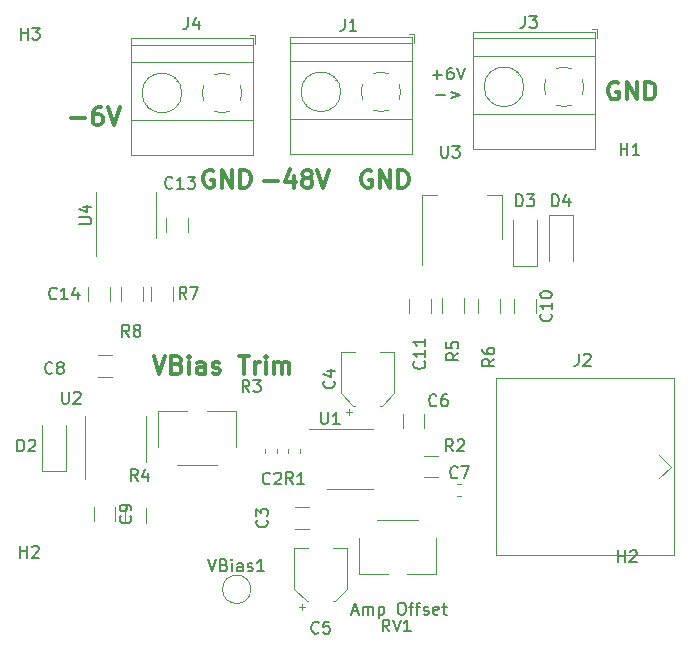
<source format=gbr>
G04 #@! TF.GenerationSoftware,KiCad,Pcbnew,(5.1.0)-1*
G04 #@! TF.CreationDate,2020-05-22T07:58:56-04:00*
G04 #@! TF.ProjectId,SiPMV4-30050,5369504d-5634-42d3-9330-3035302e6b69,rev?*
G04 #@! TF.SameCoordinates,Original*
G04 #@! TF.FileFunction,Legend,Top*
G04 #@! TF.FilePolarity,Positive*
%FSLAX46Y46*%
G04 Gerber Fmt 4.6, Leading zero omitted, Abs format (unit mm)*
G04 Created by KiCad (PCBNEW (5.1.0)-1) date 2020-05-22 07:58:56*
%MOMM*%
%LPD*%
G04 APERTURE LIST*
%ADD10C,0.200000*%
%ADD11C,0.300000*%
%ADD12C,0.120000*%
%ADD13C,0.150000*%
G04 APERTURE END LIST*
D10*
X173042105Y-20074828D02*
X173804010Y-20074828D01*
X173423058Y-20455780D02*
X173423058Y-19693876D01*
X174708772Y-19455780D02*
X174518296Y-19455780D01*
X174423058Y-19503400D01*
X174375439Y-19551019D01*
X174280200Y-19693876D01*
X174232581Y-19884352D01*
X174232581Y-20265304D01*
X174280200Y-20360542D01*
X174327820Y-20408161D01*
X174423058Y-20455780D01*
X174613534Y-20455780D01*
X174708772Y-20408161D01*
X174756391Y-20360542D01*
X174804010Y-20265304D01*
X174804010Y-20027209D01*
X174756391Y-19931971D01*
X174708772Y-19884352D01*
X174613534Y-19836733D01*
X174423058Y-19836733D01*
X174327820Y-19884352D01*
X174280200Y-19931971D01*
X174232581Y-20027209D01*
X175089724Y-19455780D02*
X175423058Y-20455780D01*
X175756391Y-19455780D01*
X173327820Y-21774828D02*
X174089724Y-21774828D01*
X174565915Y-21489114D02*
X175327820Y-21774828D01*
X174565915Y-22060542D01*
D11*
X154475322Y-28180600D02*
X154332465Y-28109171D01*
X154118180Y-28109171D01*
X153903894Y-28180600D01*
X153761037Y-28323457D01*
X153689608Y-28466314D01*
X153618180Y-28752028D01*
X153618180Y-28966314D01*
X153689608Y-29252028D01*
X153761037Y-29394885D01*
X153903894Y-29537742D01*
X154118180Y-29609171D01*
X154261037Y-29609171D01*
X154475322Y-29537742D01*
X154546751Y-29466314D01*
X154546751Y-28966314D01*
X154261037Y-28966314D01*
X155189608Y-29609171D02*
X155189608Y-28109171D01*
X156046751Y-29609171D01*
X156046751Y-28109171D01*
X156761037Y-29609171D02*
X156761037Y-28109171D01*
X157118180Y-28109171D01*
X157332465Y-28180600D01*
X157475322Y-28323457D01*
X157546751Y-28466314D01*
X157618180Y-28752028D01*
X157618180Y-28966314D01*
X157546751Y-29252028D01*
X157475322Y-29394885D01*
X157332465Y-29537742D01*
X157118180Y-29609171D01*
X156761037Y-29609171D01*
D10*
X166217459Y-65470066D02*
X166693649Y-65470066D01*
X166122220Y-65755780D02*
X166455554Y-64755780D01*
X166788887Y-65755780D01*
X167122220Y-65755780D02*
X167122220Y-65089114D01*
X167122220Y-65184352D02*
X167169840Y-65136733D01*
X167265078Y-65089114D01*
X167407935Y-65089114D01*
X167503173Y-65136733D01*
X167550792Y-65231971D01*
X167550792Y-65755780D01*
X167550792Y-65231971D02*
X167598411Y-65136733D01*
X167693649Y-65089114D01*
X167836506Y-65089114D01*
X167931744Y-65136733D01*
X167979363Y-65231971D01*
X167979363Y-65755780D01*
X168455554Y-65089114D02*
X168455554Y-66089114D01*
X168455554Y-65136733D02*
X168550792Y-65089114D01*
X168741268Y-65089114D01*
X168836506Y-65136733D01*
X168884125Y-65184352D01*
X168931744Y-65279590D01*
X168931744Y-65565304D01*
X168884125Y-65660542D01*
X168836506Y-65708161D01*
X168741268Y-65755780D01*
X168550792Y-65755780D01*
X168455554Y-65708161D01*
X170312697Y-64755780D02*
X170503173Y-64755780D01*
X170598411Y-64803400D01*
X170693649Y-64898638D01*
X170741268Y-65089114D01*
X170741268Y-65422447D01*
X170693649Y-65612923D01*
X170598411Y-65708161D01*
X170503173Y-65755780D01*
X170312697Y-65755780D01*
X170217459Y-65708161D01*
X170122220Y-65612923D01*
X170074601Y-65422447D01*
X170074601Y-65089114D01*
X170122220Y-64898638D01*
X170217459Y-64803400D01*
X170312697Y-64755780D01*
X171026982Y-65089114D02*
X171407935Y-65089114D01*
X171169840Y-65755780D02*
X171169840Y-64898638D01*
X171217459Y-64803400D01*
X171312697Y-64755780D01*
X171407935Y-64755780D01*
X171598411Y-65089114D02*
X171979363Y-65089114D01*
X171741268Y-65755780D02*
X171741268Y-64898638D01*
X171788887Y-64803400D01*
X171884125Y-64755780D01*
X171979363Y-64755780D01*
X172265078Y-65708161D02*
X172360316Y-65755780D01*
X172550792Y-65755780D01*
X172646030Y-65708161D01*
X172693649Y-65612923D01*
X172693649Y-65565304D01*
X172646030Y-65470066D01*
X172550792Y-65422447D01*
X172407935Y-65422447D01*
X172312697Y-65374828D01*
X172265078Y-65279590D01*
X172265078Y-65231971D01*
X172312697Y-65136733D01*
X172407935Y-65089114D01*
X172550792Y-65089114D01*
X172646030Y-65136733D01*
X173503173Y-65708161D02*
X173407935Y-65755780D01*
X173217459Y-65755780D01*
X173122220Y-65708161D01*
X173074601Y-65612923D01*
X173074601Y-65231971D01*
X173122220Y-65136733D01*
X173217459Y-65089114D01*
X173407935Y-65089114D01*
X173503173Y-65136733D01*
X173550792Y-65231971D01*
X173550792Y-65327209D01*
X173074601Y-65422447D01*
X173836506Y-65089114D02*
X174217459Y-65089114D01*
X173979363Y-64755780D02*
X173979363Y-65612923D01*
X174026982Y-65708161D01*
X174122220Y-65755780D01*
X174217459Y-65755780D01*
D11*
X188745002Y-20720620D02*
X188602145Y-20649191D01*
X188387860Y-20649191D01*
X188173574Y-20720620D01*
X188030717Y-20863477D01*
X187959288Y-21006334D01*
X187887860Y-21292048D01*
X187887860Y-21506334D01*
X187959288Y-21792048D01*
X188030717Y-21934905D01*
X188173574Y-22077762D01*
X188387860Y-22149191D01*
X188530717Y-22149191D01*
X188745002Y-22077762D01*
X188816431Y-22006334D01*
X188816431Y-21506334D01*
X188530717Y-21506334D01*
X189459288Y-22149191D02*
X189459288Y-20649191D01*
X190316431Y-22149191D01*
X190316431Y-20649191D01*
X191030717Y-22149191D02*
X191030717Y-20649191D01*
X191387860Y-20649191D01*
X191602145Y-20720620D01*
X191745002Y-20863477D01*
X191816431Y-21006334D01*
X191887860Y-21292048D01*
X191887860Y-21506334D01*
X191816431Y-21792048D01*
X191745002Y-21934905D01*
X191602145Y-22077762D01*
X191387860Y-22149191D01*
X191030717Y-22149191D01*
X158774571Y-29063142D02*
X159917428Y-29063142D01*
X161274571Y-28634571D02*
X161274571Y-29634571D01*
X160917428Y-28063142D02*
X160560285Y-29134571D01*
X161488857Y-29134571D01*
X162274571Y-28777428D02*
X162131714Y-28706000D01*
X162060285Y-28634571D01*
X161988857Y-28491714D01*
X161988857Y-28420285D01*
X162060285Y-28277428D01*
X162131714Y-28206000D01*
X162274571Y-28134571D01*
X162560285Y-28134571D01*
X162703142Y-28206000D01*
X162774571Y-28277428D01*
X162846000Y-28420285D01*
X162846000Y-28491714D01*
X162774571Y-28634571D01*
X162703142Y-28706000D01*
X162560285Y-28777428D01*
X162274571Y-28777428D01*
X162131714Y-28848857D01*
X162060285Y-28920285D01*
X161988857Y-29063142D01*
X161988857Y-29348857D01*
X162060285Y-29491714D01*
X162131714Y-29563142D01*
X162274571Y-29634571D01*
X162560285Y-29634571D01*
X162703142Y-29563142D01*
X162774571Y-29491714D01*
X162846000Y-29348857D01*
X162846000Y-29063142D01*
X162774571Y-28920285D01*
X162703142Y-28848857D01*
X162560285Y-28777428D01*
X163274571Y-28134571D02*
X163774571Y-29634571D01*
X164274571Y-28134571D01*
X167846000Y-28206000D02*
X167703142Y-28134571D01*
X167488857Y-28134571D01*
X167274571Y-28206000D01*
X167131714Y-28348857D01*
X167060285Y-28491714D01*
X166988857Y-28777428D01*
X166988857Y-28991714D01*
X167060285Y-29277428D01*
X167131714Y-29420285D01*
X167274571Y-29563142D01*
X167488857Y-29634571D01*
X167631714Y-29634571D01*
X167846000Y-29563142D01*
X167917428Y-29491714D01*
X167917428Y-28991714D01*
X167631714Y-28991714D01*
X168560285Y-29634571D02*
X168560285Y-28134571D01*
X169417428Y-29634571D01*
X169417428Y-28134571D01*
X170131714Y-29634571D02*
X170131714Y-28134571D01*
X170488857Y-28134571D01*
X170703142Y-28206000D01*
X170846000Y-28348857D01*
X170917428Y-28491714D01*
X170988857Y-28777428D01*
X170988857Y-28991714D01*
X170917428Y-29277428D01*
X170846000Y-29420285D01*
X170703142Y-29563142D01*
X170488857Y-29634571D01*
X170131714Y-29634571D01*
X142450180Y-23746922D02*
X143593037Y-23746922D01*
X144950180Y-22818351D02*
X144664465Y-22818351D01*
X144521608Y-22889780D01*
X144450180Y-22961208D01*
X144307322Y-23175494D01*
X144235894Y-23461208D01*
X144235894Y-24032637D01*
X144307322Y-24175494D01*
X144378751Y-24246922D01*
X144521608Y-24318351D01*
X144807322Y-24318351D01*
X144950180Y-24246922D01*
X145021608Y-24175494D01*
X145093037Y-24032637D01*
X145093037Y-23675494D01*
X145021608Y-23532637D01*
X144950180Y-23461208D01*
X144807322Y-23389780D01*
X144521608Y-23389780D01*
X144378751Y-23461208D01*
X144307322Y-23532637D01*
X144235894Y-23675494D01*
X145521608Y-22818351D02*
X146021608Y-24318351D01*
X146521608Y-22818351D01*
X149400357Y-43867331D02*
X149900357Y-45367331D01*
X150400357Y-43867331D01*
X151400357Y-44581617D02*
X151614642Y-44653045D01*
X151686071Y-44724474D01*
X151757500Y-44867331D01*
X151757500Y-45081617D01*
X151686071Y-45224474D01*
X151614642Y-45295902D01*
X151471785Y-45367331D01*
X150900357Y-45367331D01*
X150900357Y-43867331D01*
X151400357Y-43867331D01*
X151543214Y-43938760D01*
X151614642Y-44010188D01*
X151686071Y-44153045D01*
X151686071Y-44295902D01*
X151614642Y-44438760D01*
X151543214Y-44510188D01*
X151400357Y-44581617D01*
X150900357Y-44581617D01*
X152400357Y-45367331D02*
X152400357Y-44367331D01*
X152400357Y-43867331D02*
X152328928Y-43938760D01*
X152400357Y-44010188D01*
X152471785Y-43938760D01*
X152400357Y-43867331D01*
X152400357Y-44010188D01*
X153757500Y-45367331D02*
X153757500Y-44581617D01*
X153686071Y-44438760D01*
X153543214Y-44367331D01*
X153257500Y-44367331D01*
X153114642Y-44438760D01*
X153757500Y-45295902D02*
X153614642Y-45367331D01*
X153257500Y-45367331D01*
X153114642Y-45295902D01*
X153043214Y-45153045D01*
X153043214Y-45010188D01*
X153114642Y-44867331D01*
X153257500Y-44795902D01*
X153614642Y-44795902D01*
X153757500Y-44724474D01*
X154400357Y-45295902D02*
X154543214Y-45367331D01*
X154828928Y-45367331D01*
X154971785Y-45295902D01*
X155043214Y-45153045D01*
X155043214Y-45081617D01*
X154971785Y-44938760D01*
X154828928Y-44867331D01*
X154614642Y-44867331D01*
X154471785Y-44795902D01*
X154400357Y-44653045D01*
X154400357Y-44581617D01*
X154471785Y-44438760D01*
X154614642Y-44367331D01*
X154828928Y-44367331D01*
X154971785Y-44438760D01*
X156614642Y-43867331D02*
X157471785Y-43867331D01*
X157043214Y-45367331D02*
X157043214Y-43867331D01*
X157971785Y-45367331D02*
X157971785Y-44367331D01*
X157971785Y-44653045D02*
X158043214Y-44510188D01*
X158114642Y-44438760D01*
X158257500Y-44367331D01*
X158400357Y-44367331D01*
X158900357Y-45367331D02*
X158900357Y-44367331D01*
X158900357Y-43867331D02*
X158828928Y-43938760D01*
X158900357Y-44010188D01*
X158971785Y-43938760D01*
X158900357Y-43867331D01*
X158900357Y-44010188D01*
X159614642Y-45367331D02*
X159614642Y-44367331D01*
X159614642Y-44510188D02*
X159686071Y-44438760D01*
X159828928Y-44367331D01*
X160043214Y-44367331D01*
X160186071Y-44438760D01*
X160257500Y-44581617D01*
X160257500Y-45367331D01*
X160257500Y-44581617D02*
X160328928Y-44438760D01*
X160471785Y-44367331D01*
X160686071Y-44367331D01*
X160828928Y-44438760D01*
X160900357Y-44581617D01*
X160900357Y-45367331D01*
D12*
X193428620Y-45725700D02*
X193428620Y-60725700D01*
X193428620Y-60725700D02*
X178428620Y-60725700D01*
X178428620Y-60725700D02*
X178428620Y-45725700D01*
X178428620Y-45725700D02*
X193428620Y-45725700D01*
X193228620Y-53225700D02*
X192228620Y-52225700D01*
X193228620Y-53225700D02*
X192228620Y-54225700D01*
X162582944Y-56687040D02*
X161378816Y-56687040D01*
X162582944Y-58507040D02*
X161378816Y-58507040D01*
X139970000Y-53563500D02*
X139970000Y-49713500D01*
X141970000Y-53563500D02*
X141970000Y-49713500D01*
X139970000Y-53563500D02*
X141970000Y-53563500D01*
X145890064Y-43794000D02*
X144685936Y-43794000D01*
X145890064Y-45614000D02*
X144685936Y-45614000D01*
X157638600Y-63624460D02*
G75*
G03X157638600Y-63624460I-1200000J0D01*
G01*
X143617000Y-50865000D02*
X143617000Y-54315000D01*
X143617000Y-50865000D02*
X143617000Y-48915000D01*
X148737000Y-50865000D02*
X148737000Y-52815000D01*
X148737000Y-50865000D02*
X148737000Y-48915000D01*
X166054000Y-50018000D02*
X162604000Y-50018000D01*
X166054000Y-50018000D02*
X168004000Y-50018000D01*
X166054000Y-55138000D02*
X164104000Y-55138000D01*
X166054000Y-55138000D02*
X168004000Y-55138000D01*
X173348000Y-59294000D02*
X173348000Y-62348000D01*
X166758000Y-59294000D02*
X166758000Y-62348000D01*
X170888000Y-62348000D02*
X173348000Y-62348000D01*
X166758000Y-62348000D02*
X169218000Y-62348000D01*
X168348000Y-57788000D02*
X171758000Y-57788000D01*
X161800000Y-52100267D02*
X161800000Y-51757733D01*
X160780000Y-52100267D02*
X160780000Y-51757733D01*
X172281436Y-54123000D02*
X173485564Y-54123000D01*
X172281436Y-52303000D02*
X173485564Y-52303000D01*
X149816200Y-51551600D02*
X149816200Y-48497600D01*
X156406200Y-51551600D02*
X156406200Y-48497600D01*
X152276200Y-48497600D02*
X149816200Y-48497600D01*
X156406200Y-48497600D02*
X153946200Y-48497600D01*
X154816200Y-53057600D02*
X151406200Y-53057600D01*
X146981500Y-56765436D02*
X146981500Y-57969564D01*
X148801500Y-56765436D02*
X148801500Y-57969564D01*
X186990000Y-16182000D02*
X186490000Y-16182000D01*
X186990000Y-16922000D02*
X186990000Y-16182000D01*
X180297000Y-20059000D02*
X180344000Y-20013000D01*
X178000000Y-22357000D02*
X178035000Y-22321000D01*
X180104000Y-19843000D02*
X180139000Y-19808000D01*
X177795000Y-22151000D02*
X177842000Y-22105000D01*
X176470000Y-26343000D02*
X176470000Y-16422000D01*
X186750000Y-26343000D02*
X186750000Y-16422000D01*
X186750000Y-16422000D02*
X176470000Y-16422000D01*
X186750000Y-26343000D02*
X176470000Y-26343000D01*
X186750000Y-23383000D02*
X176470000Y-23383000D01*
X186750000Y-18482000D02*
X176470000Y-18482000D01*
X186750000Y-16982000D02*
X176470000Y-16982000D01*
X180750000Y-21082000D02*
G75*
G03X180750000Y-21082000I-1680000J0D01*
G01*
X184121195Y-19401747D02*
G75*
G02X184834000Y-19547000I28805J-1680253D01*
G01*
X185685426Y-20398958D02*
G75*
G02X185685000Y-21766000I-1535426J-683042D01*
G01*
X184833042Y-22617426D02*
G75*
G02X183466000Y-22617000I-683042J1535426D01*
G01*
X182614574Y-21765042D02*
G75*
G02X182615000Y-20398000I1535426J683042D01*
G01*
X183466682Y-19547244D02*
G75*
G02X184150000Y-19402000I683318J-1534756D01*
G01*
X171488380Y-16603640D02*
X170988380Y-16603640D01*
X171488380Y-17343640D02*
X171488380Y-16603640D01*
X164795380Y-20480640D02*
X164842380Y-20434640D01*
X162498380Y-22778640D02*
X162533380Y-22742640D01*
X164602380Y-20264640D02*
X164637380Y-20229640D01*
X162293380Y-22572640D02*
X162340380Y-22526640D01*
X160968380Y-26764640D02*
X160968380Y-16843640D01*
X171248380Y-26764640D02*
X171248380Y-16843640D01*
X171248380Y-16843640D02*
X160968380Y-16843640D01*
X171248380Y-26764640D02*
X160968380Y-26764640D01*
X171248380Y-23804640D02*
X160968380Y-23804640D01*
X171248380Y-18903640D02*
X160968380Y-18903640D01*
X171248380Y-17403640D02*
X160968380Y-17403640D01*
X165248380Y-21503640D02*
G75*
G03X165248380Y-21503640I-1680000J0D01*
G01*
X168619575Y-19823387D02*
G75*
G02X169332380Y-19968640I28805J-1680253D01*
G01*
X170183806Y-20820598D02*
G75*
G02X170183380Y-22187640I-1535426J-683042D01*
G01*
X169331422Y-23039066D02*
G75*
G02X167964380Y-23038640I-683042J1535426D01*
G01*
X167112954Y-22186682D02*
G75*
G02X167113380Y-20819640I1535426J683042D01*
G01*
X167965062Y-19968884D02*
G75*
G02X168648380Y-19823640I683318J-1534756D01*
G01*
X170504440Y-48740916D02*
X170504440Y-49945044D01*
X172324440Y-48740916D02*
X172324440Y-49945044D01*
X158875000Y-51757733D02*
X158875000Y-52100267D01*
X159895000Y-51757733D02*
X159895000Y-52100267D01*
X165703000Y-48575000D02*
X166203000Y-48575000D01*
X165953000Y-48825000D02*
X165953000Y-48325000D01*
X168708563Y-48085000D02*
X169773000Y-47020563D01*
X166317437Y-48085000D02*
X165253000Y-47020563D01*
X166317437Y-48085000D02*
X166453000Y-48085000D01*
X168708563Y-48085000D02*
X168573000Y-48085000D01*
X169773000Y-47020563D02*
X169773000Y-43565000D01*
X165253000Y-47020563D02*
X165253000Y-43565000D01*
X165253000Y-43565000D02*
X166453000Y-43565000D01*
X169773000Y-43565000D02*
X168573000Y-43565000D01*
X150474000Y-33368064D02*
X150474000Y-32163936D01*
X152294000Y-33368064D02*
X152294000Y-32163936D01*
X165813140Y-60111380D02*
X164613140Y-60111380D01*
X161293140Y-60111380D02*
X162493140Y-60111380D01*
X161293140Y-63566943D02*
X161293140Y-60111380D01*
X165813140Y-63566943D02*
X165813140Y-60111380D01*
X164748703Y-64631380D02*
X164613140Y-64631380D01*
X162357577Y-64631380D02*
X162493140Y-64631380D01*
X162357577Y-64631380D02*
X161293140Y-63566943D01*
X164748703Y-64631380D02*
X165813140Y-63566943D01*
X161993140Y-65371380D02*
X161993140Y-64871380D01*
X161743140Y-65121380D02*
X162243140Y-65121380D01*
X145690000Y-39246564D02*
X145690000Y-38042436D01*
X143870000Y-39246564D02*
X143870000Y-38042436D01*
X181758000Y-39058436D02*
X181758000Y-40262564D01*
X179938000Y-39058436D02*
X179938000Y-40262564D01*
X171048000Y-39021936D02*
X171048000Y-40226064D01*
X172868000Y-39021936D02*
X172868000Y-40226064D01*
X179848000Y-36236000D02*
X179848000Y-32386000D01*
X181848000Y-36236000D02*
X181848000Y-32386000D01*
X179848000Y-36236000D02*
X181848000Y-36236000D01*
X184896000Y-31966000D02*
X182896000Y-31966000D01*
X182896000Y-31966000D02*
X182896000Y-35816000D01*
X184896000Y-31966000D02*
X184896000Y-35816000D01*
X154508142Y-20065404D02*
G75*
G02X155191460Y-19920160I683318J-1534756D01*
G01*
X153656034Y-22283202D02*
G75*
G02X153656460Y-20916160I1535426J683042D01*
G01*
X155874502Y-23135586D02*
G75*
G02X154507460Y-23135160I-683042J1535426D01*
G01*
X156726886Y-20917118D02*
G75*
G02X156726460Y-22284160I-1535426J-683042D01*
G01*
X155162655Y-19919907D02*
G75*
G02X155875460Y-20065160I28805J-1680253D01*
G01*
X151791460Y-21600160D02*
G75*
G03X151791460Y-21600160I-1680000J0D01*
G01*
X157791460Y-17500160D02*
X147511460Y-17500160D01*
X157791460Y-19000160D02*
X147511460Y-19000160D01*
X157791460Y-23901160D02*
X147511460Y-23901160D01*
X157791460Y-26861160D02*
X147511460Y-26861160D01*
X157791460Y-16940160D02*
X147511460Y-16940160D01*
X157791460Y-26861160D02*
X157791460Y-16940160D01*
X147511460Y-26861160D02*
X147511460Y-16940160D01*
X148836460Y-22669160D02*
X148883460Y-22623160D01*
X151145460Y-20361160D02*
X151180460Y-20326160D01*
X149041460Y-22875160D02*
X149076460Y-22839160D01*
X151338460Y-20577160D02*
X151385460Y-20531160D01*
X158031460Y-17440160D02*
X158031460Y-16700160D01*
X158031460Y-16700160D02*
X157531460Y-16700160D01*
X151024000Y-39246564D02*
X151024000Y-38042436D01*
X149204000Y-39246564D02*
X149204000Y-38042436D01*
X148484000Y-38042436D02*
X148484000Y-39246564D01*
X146664000Y-38042436D02*
X146664000Y-39246564D01*
X173842000Y-38985436D02*
X173842000Y-40189564D01*
X175662000Y-38985436D02*
X175662000Y-40189564D01*
X178710000Y-39021936D02*
X178710000Y-40226064D01*
X176890000Y-39021936D02*
X176890000Y-40226064D01*
X178924000Y-30196000D02*
X177664000Y-30196000D01*
X172104000Y-30196000D02*
X173364000Y-30196000D01*
X178924000Y-33956000D02*
X178924000Y-30196000D01*
X172104000Y-36206000D02*
X172104000Y-30196000D01*
X175461747Y-55729600D02*
X175119213Y-55729600D01*
X175461747Y-54709600D02*
X175119213Y-54709600D01*
X149626000Y-31939000D02*
X149626000Y-29989000D01*
X149626000Y-31939000D02*
X149626000Y-33889000D01*
X144506000Y-31939000D02*
X144506000Y-29989000D01*
X144506000Y-31939000D02*
X144506000Y-35389000D01*
X146160000Y-56635436D02*
X146160000Y-57839564D01*
X144340000Y-56635436D02*
X144340000Y-57839564D01*
D13*
X185411786Y-43673780D02*
X185411786Y-44388066D01*
X185364167Y-44530923D01*
X185268929Y-44626161D01*
X185126072Y-44673780D01*
X185030834Y-44673780D01*
X185840358Y-43769019D02*
X185887977Y-43721400D01*
X185983215Y-43673780D01*
X186221310Y-43673780D01*
X186316548Y-43721400D01*
X186364167Y-43769019D01*
X186411786Y-43864257D01*
X186411786Y-43959495D01*
X186364167Y-44102352D01*
X185792739Y-44673780D01*
X186411786Y-44673780D01*
X138132915Y-60936020D02*
X138132915Y-59936020D01*
X138132915Y-60412211D02*
X138704343Y-60412211D01*
X138704343Y-60936020D02*
X138704343Y-59936020D01*
X139132915Y-60031259D02*
X139180534Y-59983640D01*
X139275772Y-59936020D01*
X139513867Y-59936020D01*
X139609105Y-59983640D01*
X139656724Y-60031259D01*
X139704343Y-60126497D01*
X139704343Y-60221735D01*
X139656724Y-60364592D01*
X139085296Y-60936020D01*
X139704343Y-60936020D01*
X158999522Y-57763706D02*
X159047141Y-57811325D01*
X159094760Y-57954182D01*
X159094760Y-58049420D01*
X159047141Y-58192278D01*
X158951903Y-58287516D01*
X158856665Y-58335135D01*
X158666189Y-58382754D01*
X158523332Y-58382754D01*
X158332856Y-58335135D01*
X158237618Y-58287516D01*
X158142380Y-58192278D01*
X158094760Y-58049420D01*
X158094760Y-57954182D01*
X158142380Y-57811325D01*
X158189999Y-57763706D01*
X158094760Y-57430373D02*
X158094760Y-56811325D01*
X158475713Y-57144659D01*
X158475713Y-57001801D01*
X158523332Y-56906563D01*
X158570951Y-56858944D01*
X158666189Y-56811325D01*
X158904284Y-56811325D01*
X158999522Y-56858944D01*
X159047141Y-56906563D01*
X159094760Y-57001801D01*
X159094760Y-57287516D01*
X159047141Y-57382754D01*
X158999522Y-57430373D01*
X137869704Y-51943260D02*
X137869704Y-50943260D01*
X138107800Y-50943260D01*
X138250657Y-50990880D01*
X138345895Y-51086118D01*
X138393514Y-51181356D01*
X138441133Y-51371832D01*
X138441133Y-51514689D01*
X138393514Y-51705165D01*
X138345895Y-51800403D01*
X138250657Y-51895641D01*
X138107800Y-51943260D01*
X137869704Y-51943260D01*
X138822085Y-51038499D02*
X138869704Y-50990880D01*
X138964942Y-50943260D01*
X139203038Y-50943260D01*
X139298276Y-50990880D01*
X139345895Y-51038499D01*
X139393514Y-51133737D01*
X139393514Y-51228975D01*
X139345895Y-51371832D01*
X138774466Y-51943260D01*
X139393514Y-51943260D01*
X140838893Y-45299902D02*
X140791274Y-45347521D01*
X140648417Y-45395140D01*
X140553179Y-45395140D01*
X140410321Y-45347521D01*
X140315083Y-45252283D01*
X140267464Y-45157045D01*
X140219845Y-44966569D01*
X140219845Y-44823712D01*
X140267464Y-44633236D01*
X140315083Y-44537998D01*
X140410321Y-44442760D01*
X140553179Y-44395140D01*
X140648417Y-44395140D01*
X140791274Y-44442760D01*
X140838893Y-44490379D01*
X141410321Y-44823712D02*
X141315083Y-44776093D01*
X141267464Y-44728474D01*
X141219845Y-44633236D01*
X141219845Y-44585617D01*
X141267464Y-44490379D01*
X141315083Y-44442760D01*
X141410321Y-44395140D01*
X141600798Y-44395140D01*
X141696036Y-44442760D01*
X141743655Y-44490379D01*
X141791274Y-44585617D01*
X141791274Y-44633236D01*
X141743655Y-44728474D01*
X141696036Y-44776093D01*
X141600798Y-44823712D01*
X141410321Y-44823712D01*
X141315083Y-44871331D01*
X141267464Y-44918950D01*
X141219845Y-45014188D01*
X141219845Y-45204664D01*
X141267464Y-45299902D01*
X141315083Y-45347521D01*
X141410321Y-45395140D01*
X141600798Y-45395140D01*
X141696036Y-45347521D01*
X141743655Y-45299902D01*
X141791274Y-45204664D01*
X141791274Y-45014188D01*
X141743655Y-44918950D01*
X141696036Y-44871331D01*
X141600798Y-44823712D01*
X154033838Y-61078840D02*
X154367171Y-62078840D01*
X154700504Y-61078840D01*
X155367171Y-61555031D02*
X155510028Y-61602650D01*
X155557647Y-61650269D01*
X155605266Y-61745507D01*
X155605266Y-61888364D01*
X155557647Y-61983602D01*
X155510028Y-62031221D01*
X155414790Y-62078840D01*
X155033838Y-62078840D01*
X155033838Y-61078840D01*
X155367171Y-61078840D01*
X155462409Y-61126460D01*
X155510028Y-61174079D01*
X155557647Y-61269317D01*
X155557647Y-61364555D01*
X155510028Y-61459793D01*
X155462409Y-61507412D01*
X155367171Y-61555031D01*
X155033838Y-61555031D01*
X156033838Y-62078840D02*
X156033838Y-61412174D01*
X156033838Y-61078840D02*
X155986219Y-61126460D01*
X156033838Y-61174079D01*
X156081457Y-61126460D01*
X156033838Y-61078840D01*
X156033838Y-61174079D01*
X156938600Y-62078840D02*
X156938600Y-61555031D01*
X156890980Y-61459793D01*
X156795742Y-61412174D01*
X156605266Y-61412174D01*
X156510028Y-61459793D01*
X156938600Y-62031221D02*
X156843361Y-62078840D01*
X156605266Y-62078840D01*
X156510028Y-62031221D01*
X156462409Y-61935983D01*
X156462409Y-61840745D01*
X156510028Y-61745507D01*
X156605266Y-61697888D01*
X156843361Y-61697888D01*
X156938600Y-61650269D01*
X157367171Y-62031221D02*
X157462409Y-62078840D01*
X157652885Y-62078840D01*
X157748123Y-62031221D01*
X157795742Y-61935983D01*
X157795742Y-61888364D01*
X157748123Y-61793126D01*
X157652885Y-61745507D01*
X157510028Y-61745507D01*
X157414790Y-61697888D01*
X157367171Y-61602650D01*
X157367171Y-61555031D01*
X157414790Y-61459793D01*
X157510028Y-61412174D01*
X157652885Y-61412174D01*
X157748123Y-61459793D01*
X158748123Y-62078840D02*
X158176695Y-62078840D01*
X158462409Y-62078840D02*
X158462409Y-61078840D01*
X158367171Y-61221698D01*
X158271933Y-61316936D01*
X158176695Y-61364555D01*
X138176095Y-17080380D02*
X138176095Y-16080380D01*
X138176095Y-16556571D02*
X138747523Y-16556571D01*
X138747523Y-17080380D02*
X138747523Y-16080380D01*
X139128476Y-16080380D02*
X139747523Y-16080380D01*
X139414190Y-16461333D01*
X139557047Y-16461333D01*
X139652285Y-16508952D01*
X139699904Y-16556571D01*
X139747523Y-16651809D01*
X139747523Y-16889904D01*
X139699904Y-16985142D01*
X139652285Y-17032761D01*
X139557047Y-17080380D01*
X139271333Y-17080380D01*
X139176095Y-17032761D01*
X139128476Y-16985142D01*
X188742415Y-61327180D02*
X188742415Y-60327180D01*
X188742415Y-60803371D02*
X189313843Y-60803371D01*
X189313843Y-61327180D02*
X189313843Y-60327180D01*
X189742415Y-60422419D02*
X189790034Y-60374800D01*
X189885272Y-60327180D01*
X190123367Y-60327180D01*
X190218605Y-60374800D01*
X190266224Y-60422419D01*
X190313843Y-60517657D01*
X190313843Y-60612895D01*
X190266224Y-60755752D01*
X189694796Y-61327180D01*
X190313843Y-61327180D01*
X188958315Y-26869540D02*
X188958315Y-25869540D01*
X188958315Y-26345731D02*
X189529743Y-26345731D01*
X189529743Y-26869540D02*
X189529743Y-25869540D01*
X190529743Y-26869540D02*
X189958315Y-26869540D01*
X190244029Y-26869540D02*
X190244029Y-25869540D01*
X190148791Y-26012398D01*
X190053553Y-26107636D01*
X189958315Y-26155255D01*
X141650815Y-46909740D02*
X141650815Y-47719264D01*
X141698434Y-47814502D01*
X141746053Y-47862121D01*
X141841291Y-47909740D01*
X142031767Y-47909740D01*
X142127005Y-47862121D01*
X142174624Y-47814502D01*
X142222243Y-47719264D01*
X142222243Y-46909740D01*
X142650815Y-47004979D02*
X142698434Y-46957360D01*
X142793672Y-46909740D01*
X143031767Y-46909740D01*
X143127005Y-46957360D01*
X143174624Y-47004979D01*
X143222243Y-47100217D01*
X143222243Y-47195455D01*
X143174624Y-47338312D01*
X142603196Y-47909740D01*
X143222243Y-47909740D01*
X163576095Y-48630380D02*
X163576095Y-49439904D01*
X163623714Y-49535142D01*
X163671333Y-49582761D01*
X163766571Y-49630380D01*
X163957047Y-49630380D01*
X164052285Y-49582761D01*
X164099904Y-49535142D01*
X164147523Y-49439904D01*
X164147523Y-48630380D01*
X165147523Y-49630380D02*
X164576095Y-49630380D01*
X164861809Y-49630380D02*
X164861809Y-48630380D01*
X164766571Y-48773238D01*
X164671333Y-48868476D01*
X164576095Y-48916095D01*
X169361241Y-67188340D02*
X169027908Y-66712150D01*
X168789813Y-67188340D02*
X168789813Y-66188340D01*
X169170765Y-66188340D01*
X169266003Y-66235960D01*
X169313622Y-66283579D01*
X169361241Y-66378817D01*
X169361241Y-66521674D01*
X169313622Y-66616912D01*
X169266003Y-66664531D01*
X169170765Y-66712150D01*
X168789813Y-66712150D01*
X169646956Y-66188340D02*
X169980289Y-67188340D01*
X170313622Y-66188340D01*
X171170765Y-67188340D02*
X170599337Y-67188340D01*
X170885051Y-67188340D02*
X170885051Y-66188340D01*
X170789813Y-66331198D01*
X170694575Y-66426436D01*
X170599337Y-66474055D01*
X161203333Y-54706380D02*
X160870000Y-54230190D01*
X160631904Y-54706380D02*
X160631904Y-53706380D01*
X161012857Y-53706380D01*
X161108095Y-53754000D01*
X161155714Y-53801619D01*
X161203333Y-53896857D01*
X161203333Y-54039714D01*
X161155714Y-54134952D01*
X161108095Y-54182571D01*
X161012857Y-54230190D01*
X160631904Y-54230190D01*
X162155714Y-54706380D02*
X161584285Y-54706380D01*
X161870000Y-54706380D02*
X161870000Y-53706380D01*
X161774761Y-53849238D01*
X161679523Y-53944476D01*
X161584285Y-53992095D01*
X174758053Y-51928020D02*
X174424720Y-51451830D01*
X174186624Y-51928020D02*
X174186624Y-50928020D01*
X174567577Y-50928020D01*
X174662815Y-50975640D01*
X174710434Y-51023259D01*
X174758053Y-51118497D01*
X174758053Y-51261354D01*
X174710434Y-51356592D01*
X174662815Y-51404211D01*
X174567577Y-51451830D01*
X174186624Y-51451830D01*
X175139005Y-51023259D02*
X175186624Y-50975640D01*
X175281862Y-50928020D01*
X175519958Y-50928020D01*
X175615196Y-50975640D01*
X175662815Y-51023259D01*
X175710434Y-51118497D01*
X175710434Y-51213735D01*
X175662815Y-51356592D01*
X175091386Y-51928020D01*
X175710434Y-51928020D01*
X157506373Y-46898820D02*
X157173040Y-46422630D01*
X156934944Y-46898820D02*
X156934944Y-45898820D01*
X157315897Y-45898820D01*
X157411135Y-45946440D01*
X157458754Y-45994059D01*
X157506373Y-46089297D01*
X157506373Y-46232154D01*
X157458754Y-46327392D01*
X157411135Y-46375011D01*
X157315897Y-46422630D01*
X156934944Y-46422630D01*
X157839706Y-45898820D02*
X158458754Y-45898820D01*
X158125420Y-46279773D01*
X158268278Y-46279773D01*
X158363516Y-46327392D01*
X158411135Y-46375011D01*
X158458754Y-46470249D01*
X158458754Y-46708344D01*
X158411135Y-46803582D01*
X158363516Y-46851201D01*
X158268278Y-46898820D01*
X157982563Y-46898820D01*
X157887325Y-46851201D01*
X157839706Y-46803582D01*
X148057573Y-54455980D02*
X147724240Y-53979790D01*
X147486144Y-54455980D02*
X147486144Y-53455980D01*
X147867097Y-53455980D01*
X147962335Y-53503600D01*
X148009954Y-53551219D01*
X148057573Y-53646457D01*
X148057573Y-53789314D01*
X148009954Y-53884552D01*
X147962335Y-53932171D01*
X147867097Y-53979790D01*
X147486144Y-53979790D01*
X148914716Y-53789314D02*
X148914716Y-54455980D01*
X148676620Y-53408361D02*
X148438525Y-54122647D01*
X149057573Y-54122647D01*
X180849946Y-15078460D02*
X180849946Y-15792746D01*
X180802327Y-15935603D01*
X180707089Y-16030841D01*
X180564232Y-16078460D01*
X180468994Y-16078460D01*
X181230899Y-15078460D02*
X181849946Y-15078460D01*
X181516613Y-15459413D01*
X181659470Y-15459413D01*
X181754708Y-15507032D01*
X181802327Y-15554651D01*
X181849946Y-15649889D01*
X181849946Y-15887984D01*
X181802327Y-15983222D01*
X181754708Y-16030841D01*
X181659470Y-16078460D01*
X181373756Y-16078460D01*
X181278518Y-16030841D01*
X181230899Y-15983222D01*
X165584546Y-15312140D02*
X165584546Y-16026426D01*
X165536927Y-16169283D01*
X165441689Y-16264521D01*
X165298832Y-16312140D01*
X165203594Y-16312140D01*
X166584546Y-16312140D02*
X166013118Y-16312140D01*
X166298832Y-16312140D02*
X166298832Y-15312140D01*
X166203594Y-15454998D01*
X166108356Y-15550236D01*
X166013118Y-15597855D01*
X173355973Y-48027862D02*
X173308354Y-48075481D01*
X173165497Y-48123100D01*
X173070259Y-48123100D01*
X172927401Y-48075481D01*
X172832163Y-47980243D01*
X172784544Y-47885005D01*
X172736925Y-47694529D01*
X172736925Y-47551672D01*
X172784544Y-47361196D01*
X172832163Y-47265958D01*
X172927401Y-47170720D01*
X173070259Y-47123100D01*
X173165497Y-47123100D01*
X173308354Y-47170720D01*
X173355973Y-47218339D01*
X174213116Y-47123100D02*
X174022640Y-47123100D01*
X173927401Y-47170720D01*
X173879782Y-47218339D01*
X173784544Y-47361196D01*
X173736925Y-47551672D01*
X173736925Y-47932624D01*
X173784544Y-48027862D01*
X173832163Y-48075481D01*
X173927401Y-48123100D01*
X174117878Y-48123100D01*
X174213116Y-48075481D01*
X174260735Y-48027862D01*
X174308354Y-47932624D01*
X174308354Y-47694529D01*
X174260735Y-47599291D01*
X174213116Y-47551672D01*
X174117878Y-47504053D01*
X173927401Y-47504053D01*
X173832163Y-47551672D01*
X173784544Y-47599291D01*
X173736925Y-47694529D01*
X159248333Y-54651142D02*
X159200714Y-54698761D01*
X159057857Y-54746380D01*
X158962619Y-54746380D01*
X158819761Y-54698761D01*
X158724523Y-54603523D01*
X158676904Y-54508285D01*
X158629285Y-54317809D01*
X158629285Y-54174952D01*
X158676904Y-53984476D01*
X158724523Y-53889238D01*
X158819761Y-53794000D01*
X158962619Y-53746380D01*
X159057857Y-53746380D01*
X159200714Y-53794000D01*
X159248333Y-53841619D01*
X159629285Y-53841619D02*
X159676904Y-53794000D01*
X159772142Y-53746380D01*
X160010238Y-53746380D01*
X160105476Y-53794000D01*
X160153095Y-53841619D01*
X160200714Y-53936857D01*
X160200714Y-54032095D01*
X160153095Y-54174952D01*
X159581666Y-54746380D01*
X160200714Y-54746380D01*
X164670142Y-45991666D02*
X164717761Y-46039285D01*
X164765380Y-46182142D01*
X164765380Y-46277380D01*
X164717761Y-46420238D01*
X164622523Y-46515476D01*
X164527285Y-46563095D01*
X164336809Y-46610714D01*
X164193952Y-46610714D01*
X164003476Y-46563095D01*
X163908238Y-46515476D01*
X163813000Y-46420238D01*
X163765380Y-46277380D01*
X163765380Y-46182142D01*
X163813000Y-46039285D01*
X163860619Y-45991666D01*
X164098714Y-45134523D02*
X164765380Y-45134523D01*
X163717761Y-45372619D02*
X164432047Y-45610714D01*
X164432047Y-44991666D01*
X150995142Y-29603642D02*
X150947523Y-29651261D01*
X150804666Y-29698880D01*
X150709428Y-29698880D01*
X150566571Y-29651261D01*
X150471333Y-29556023D01*
X150423714Y-29460785D01*
X150376095Y-29270309D01*
X150376095Y-29127452D01*
X150423714Y-28936976D01*
X150471333Y-28841738D01*
X150566571Y-28746500D01*
X150709428Y-28698880D01*
X150804666Y-28698880D01*
X150947523Y-28746500D01*
X150995142Y-28794119D01*
X151947523Y-29698880D02*
X151376095Y-29698880D01*
X151661809Y-29698880D02*
X151661809Y-28698880D01*
X151566571Y-28841738D01*
X151471333Y-28936976D01*
X151376095Y-28984595D01*
X152280857Y-28698880D02*
X152899904Y-28698880D01*
X152566571Y-29079833D01*
X152709428Y-29079833D01*
X152804666Y-29127452D01*
X152852285Y-29175071D01*
X152899904Y-29270309D01*
X152899904Y-29508404D01*
X152852285Y-29603642D01*
X152804666Y-29651261D01*
X152709428Y-29698880D01*
X152423714Y-29698880D01*
X152328476Y-29651261D01*
X152280857Y-29603642D01*
X163386473Y-67278522D02*
X163338854Y-67326141D01*
X163195997Y-67373760D01*
X163100759Y-67373760D01*
X162957901Y-67326141D01*
X162862663Y-67230903D01*
X162815044Y-67135665D01*
X162767425Y-66945189D01*
X162767425Y-66802332D01*
X162815044Y-66611856D01*
X162862663Y-66516618D01*
X162957901Y-66421380D01*
X163100759Y-66373760D01*
X163195997Y-66373760D01*
X163338854Y-66421380D01*
X163386473Y-66468999D01*
X164291235Y-66373760D02*
X163815044Y-66373760D01*
X163767425Y-66849951D01*
X163815044Y-66802332D01*
X163910282Y-66754713D01*
X164148378Y-66754713D01*
X164243616Y-66802332D01*
X164291235Y-66849951D01*
X164338854Y-66945189D01*
X164338854Y-67183284D01*
X164291235Y-67278522D01*
X164243616Y-67326141D01*
X164148378Y-67373760D01*
X163910282Y-67373760D01*
X163815044Y-67326141D01*
X163767425Y-67278522D01*
X141185662Y-38980382D02*
X141138043Y-39028001D01*
X140995186Y-39075620D01*
X140899948Y-39075620D01*
X140757091Y-39028001D01*
X140661853Y-38932763D01*
X140614234Y-38837525D01*
X140566615Y-38647049D01*
X140566615Y-38504192D01*
X140614234Y-38313716D01*
X140661853Y-38218478D01*
X140757091Y-38123240D01*
X140899948Y-38075620D01*
X140995186Y-38075620D01*
X141138043Y-38123240D01*
X141185662Y-38170859D01*
X142138043Y-39075620D02*
X141566615Y-39075620D01*
X141852329Y-39075620D02*
X141852329Y-38075620D01*
X141757091Y-38218478D01*
X141661853Y-38313716D01*
X141566615Y-38361335D01*
X142995186Y-38408954D02*
X142995186Y-39075620D01*
X142757091Y-38028001D02*
X142518996Y-38742287D01*
X143138043Y-38742287D01*
X183025142Y-40303357D02*
X183072761Y-40350976D01*
X183120380Y-40493833D01*
X183120380Y-40589071D01*
X183072761Y-40731928D01*
X182977523Y-40827166D01*
X182882285Y-40874785D01*
X182691809Y-40922404D01*
X182548952Y-40922404D01*
X182358476Y-40874785D01*
X182263238Y-40827166D01*
X182168000Y-40731928D01*
X182120380Y-40589071D01*
X182120380Y-40493833D01*
X182168000Y-40350976D01*
X182215619Y-40303357D01*
X183120380Y-39350976D02*
X183120380Y-39922404D01*
X183120380Y-39636690D02*
X182120380Y-39636690D01*
X182263238Y-39731928D01*
X182358476Y-39827166D01*
X182406095Y-39922404D01*
X182120380Y-38731928D02*
X182120380Y-38636690D01*
X182168000Y-38541452D01*
X182215619Y-38493833D01*
X182310857Y-38446214D01*
X182501333Y-38398595D01*
X182739428Y-38398595D01*
X182929904Y-38446214D01*
X183025142Y-38493833D01*
X183072761Y-38541452D01*
X183120380Y-38636690D01*
X183120380Y-38731928D01*
X183072761Y-38827166D01*
X183025142Y-38874785D01*
X182929904Y-38922404D01*
X182739428Y-38970023D01*
X182501333Y-38970023D01*
X182310857Y-38922404D01*
X182215619Y-38874785D01*
X182168000Y-38827166D01*
X182120380Y-38731928D01*
X172315142Y-44330857D02*
X172362761Y-44378476D01*
X172410380Y-44521333D01*
X172410380Y-44616571D01*
X172362761Y-44759428D01*
X172267523Y-44854666D01*
X172172285Y-44902285D01*
X171981809Y-44949904D01*
X171838952Y-44949904D01*
X171648476Y-44902285D01*
X171553238Y-44854666D01*
X171458000Y-44759428D01*
X171410380Y-44616571D01*
X171410380Y-44521333D01*
X171458000Y-44378476D01*
X171505619Y-44330857D01*
X172410380Y-43378476D02*
X172410380Y-43949904D01*
X172410380Y-43664190D02*
X171410380Y-43664190D01*
X171553238Y-43759428D01*
X171648476Y-43854666D01*
X171696095Y-43949904D01*
X172410380Y-42426095D02*
X172410380Y-42997523D01*
X172410380Y-42711809D02*
X171410380Y-42711809D01*
X171553238Y-42807047D01*
X171648476Y-42902285D01*
X171696095Y-42997523D01*
X180109904Y-31186380D02*
X180109904Y-30186380D01*
X180348000Y-30186380D01*
X180490857Y-30234000D01*
X180586095Y-30329238D01*
X180633714Y-30424476D01*
X180681333Y-30614952D01*
X180681333Y-30757809D01*
X180633714Y-30948285D01*
X180586095Y-31043523D01*
X180490857Y-31138761D01*
X180348000Y-31186380D01*
X180109904Y-31186380D01*
X181014666Y-30186380D02*
X181633714Y-30186380D01*
X181300380Y-30567333D01*
X181443238Y-30567333D01*
X181538476Y-30614952D01*
X181586095Y-30662571D01*
X181633714Y-30757809D01*
X181633714Y-30995904D01*
X181586095Y-31091142D01*
X181538476Y-31138761D01*
X181443238Y-31186380D01*
X181157523Y-31186380D01*
X181062285Y-31138761D01*
X181014666Y-31091142D01*
X183157904Y-31186380D02*
X183157904Y-30186380D01*
X183396000Y-30186380D01*
X183538857Y-30234000D01*
X183634095Y-30329238D01*
X183681714Y-30424476D01*
X183729333Y-30614952D01*
X183729333Y-30757809D01*
X183681714Y-30948285D01*
X183634095Y-31043523D01*
X183538857Y-31138761D01*
X183396000Y-31186380D01*
X183157904Y-31186380D01*
X184586476Y-30519714D02*
X184586476Y-31186380D01*
X184348380Y-30138761D02*
X184110285Y-30853047D01*
X184729333Y-30853047D01*
X152310506Y-15195300D02*
X152310506Y-15909586D01*
X152262887Y-16052443D01*
X152167649Y-16147681D01*
X152024792Y-16195300D01*
X151929554Y-16195300D01*
X153215268Y-15528634D02*
X153215268Y-16195300D01*
X152977173Y-15147681D02*
X152739078Y-15861967D01*
X153358125Y-15861967D01*
X152187613Y-39019740D02*
X151854280Y-38543550D01*
X151616184Y-39019740D02*
X151616184Y-38019740D01*
X151997137Y-38019740D01*
X152092375Y-38067360D01*
X152139994Y-38114979D01*
X152187613Y-38210217D01*
X152187613Y-38353074D01*
X152139994Y-38448312D01*
X152092375Y-38495931D01*
X151997137Y-38543550D01*
X151616184Y-38543550D01*
X152520946Y-38019740D02*
X153187613Y-38019740D01*
X152759041Y-39019740D01*
X147331133Y-42235380D02*
X146997800Y-41759190D01*
X146759704Y-42235380D02*
X146759704Y-41235380D01*
X147140657Y-41235380D01*
X147235895Y-41283000D01*
X147283514Y-41330619D01*
X147331133Y-41425857D01*
X147331133Y-41568714D01*
X147283514Y-41663952D01*
X147235895Y-41711571D01*
X147140657Y-41759190D01*
X146759704Y-41759190D01*
X147902561Y-41663952D02*
X147807323Y-41616333D01*
X147759704Y-41568714D01*
X147712085Y-41473476D01*
X147712085Y-41425857D01*
X147759704Y-41330619D01*
X147807323Y-41283000D01*
X147902561Y-41235380D01*
X148093038Y-41235380D01*
X148188276Y-41283000D01*
X148235895Y-41330619D01*
X148283514Y-41425857D01*
X148283514Y-41473476D01*
X148235895Y-41568714D01*
X148188276Y-41616333D01*
X148093038Y-41663952D01*
X147902561Y-41663952D01*
X147807323Y-41711571D01*
X147759704Y-41759190D01*
X147712085Y-41854428D01*
X147712085Y-42044904D01*
X147759704Y-42140142D01*
X147807323Y-42187761D01*
X147902561Y-42235380D01*
X148093038Y-42235380D01*
X148188276Y-42187761D01*
X148235895Y-42140142D01*
X148283514Y-42044904D01*
X148283514Y-41854428D01*
X148235895Y-41759190D01*
X148188276Y-41711571D01*
X148093038Y-41663952D01*
X175204380Y-43600666D02*
X174728190Y-43934000D01*
X175204380Y-44172095D02*
X174204380Y-44172095D01*
X174204380Y-43791142D01*
X174252000Y-43695904D01*
X174299619Y-43648285D01*
X174394857Y-43600666D01*
X174537714Y-43600666D01*
X174632952Y-43648285D01*
X174680571Y-43695904D01*
X174728190Y-43791142D01*
X174728190Y-44172095D01*
X174204380Y-42695904D02*
X174204380Y-43172095D01*
X174680571Y-43219714D01*
X174632952Y-43172095D01*
X174585333Y-43076857D01*
X174585333Y-42838761D01*
X174632952Y-42743523D01*
X174680571Y-42695904D01*
X174775809Y-42648285D01*
X175013904Y-42648285D01*
X175109142Y-42695904D01*
X175156761Y-42743523D01*
X175204380Y-42838761D01*
X175204380Y-43076857D01*
X175156761Y-43172095D01*
X175109142Y-43219714D01*
X178252380Y-44108666D02*
X177776190Y-44442000D01*
X178252380Y-44680095D02*
X177252380Y-44680095D01*
X177252380Y-44299142D01*
X177300000Y-44203904D01*
X177347619Y-44156285D01*
X177442857Y-44108666D01*
X177585714Y-44108666D01*
X177680952Y-44156285D01*
X177728571Y-44203904D01*
X177776190Y-44299142D01*
X177776190Y-44680095D01*
X177252380Y-43251523D02*
X177252380Y-43442000D01*
X177300000Y-43537238D01*
X177347619Y-43584857D01*
X177490476Y-43680095D01*
X177680952Y-43727714D01*
X178061904Y-43727714D01*
X178157142Y-43680095D01*
X178204761Y-43632476D01*
X178252380Y-43537238D01*
X178252380Y-43346761D01*
X178204761Y-43251523D01*
X178157142Y-43203904D01*
X178061904Y-43156285D01*
X177823809Y-43156285D01*
X177728571Y-43203904D01*
X177680952Y-43251523D01*
X177633333Y-43346761D01*
X177633333Y-43537238D01*
X177680952Y-43632476D01*
X177728571Y-43680095D01*
X177823809Y-43727714D01*
X173751335Y-26071580D02*
X173751335Y-26881104D01*
X173798954Y-26976342D01*
X173846573Y-27023961D01*
X173941811Y-27071580D01*
X174132287Y-27071580D01*
X174227525Y-27023961D01*
X174275144Y-26976342D01*
X174322763Y-26881104D01*
X174322763Y-26071580D01*
X174703716Y-26071580D02*
X175322763Y-26071580D01*
X174989430Y-26452533D01*
X175132287Y-26452533D01*
X175227525Y-26500152D01*
X175275144Y-26547771D01*
X175322763Y-26643009D01*
X175322763Y-26881104D01*
X175275144Y-26976342D01*
X175227525Y-27023961D01*
X175132287Y-27071580D01*
X174846573Y-27071580D01*
X174751335Y-27023961D01*
X174703716Y-26976342D01*
X175139053Y-54118782D02*
X175091434Y-54166401D01*
X174948577Y-54214020D01*
X174853339Y-54214020D01*
X174710481Y-54166401D01*
X174615243Y-54071163D01*
X174567624Y-53975925D01*
X174520005Y-53785449D01*
X174520005Y-53642592D01*
X174567624Y-53452116D01*
X174615243Y-53356878D01*
X174710481Y-53261640D01*
X174853339Y-53214020D01*
X174948577Y-53214020D01*
X175091434Y-53261640D01*
X175139053Y-53309259D01*
X175472386Y-53214020D02*
X176139053Y-53214020D01*
X175710481Y-54214020D01*
X143118380Y-32700904D02*
X143927904Y-32700904D01*
X144023142Y-32653285D01*
X144070761Y-32605666D01*
X144118380Y-32510428D01*
X144118380Y-32319952D01*
X144070761Y-32224714D01*
X144023142Y-32177095D01*
X143927904Y-32129476D01*
X143118380Y-32129476D01*
X143451714Y-31224714D02*
X144118380Y-31224714D01*
X143070761Y-31462809D02*
X143785047Y-31700904D01*
X143785047Y-31081857D01*
X147427142Y-57404166D02*
X147474761Y-57451785D01*
X147522380Y-57594642D01*
X147522380Y-57689880D01*
X147474761Y-57832738D01*
X147379523Y-57927976D01*
X147284285Y-57975595D01*
X147093809Y-58023214D01*
X146950952Y-58023214D01*
X146760476Y-57975595D01*
X146665238Y-57927976D01*
X146570000Y-57832738D01*
X146522380Y-57689880D01*
X146522380Y-57594642D01*
X146570000Y-57451785D01*
X146617619Y-57404166D01*
X147522380Y-56927976D02*
X147522380Y-56737500D01*
X147474761Y-56642261D01*
X147427142Y-56594642D01*
X147284285Y-56499404D01*
X147093809Y-56451785D01*
X146712857Y-56451785D01*
X146617619Y-56499404D01*
X146570000Y-56547023D01*
X146522380Y-56642261D01*
X146522380Y-56832738D01*
X146570000Y-56927976D01*
X146617619Y-56975595D01*
X146712857Y-57023214D01*
X146950952Y-57023214D01*
X147046190Y-56975595D01*
X147093809Y-56927976D01*
X147141428Y-56832738D01*
X147141428Y-56642261D01*
X147093809Y-56547023D01*
X147046190Y-56499404D01*
X146950952Y-56451785D01*
M02*

</source>
